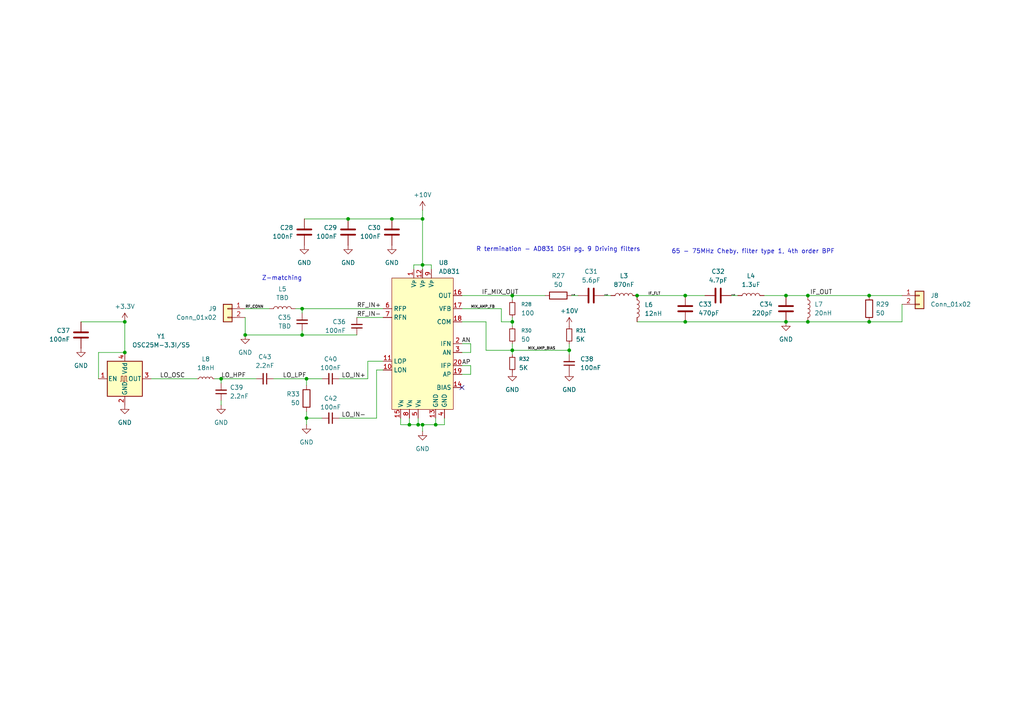
<source format=kicad_sch>
(kicad_sch (version 20250114) (generator "eeschema") (generator_version "9.0")
  (paper "A4")
  (title_block (title "Frequency converter") (date "2026-02-10") (rev "2.3"))
  (lib_symbols
    (symbol "Connector_Generic:Conn_01x02" (pin_names (offset 1.016) (hide yes))
      (property "Reference" "J" (at 0 2.54 0))
      (property "Value" "Conn_01x02" (at 0 -5.08 0))
      (symbol "Conn_01x02_1_1"
        (rectangle (start -1.27 1.27) (end 1.27 -3.81) (stroke (width 0.254)) (fill (type background)))
        (rectangle (start -1.27 0.127) (end 0 -0.127) (stroke (width 0.1524)))
        (rectangle (start -1.27 -2.413) (end 0 -2.667) (stroke (width 0.1524)))
        (pin passive line (at -5.08 0 0) (length 3.81) (name "Pin_1") (number "1"))
        (pin passive line (at -5.08 -2.54 0) (length 3.81) (name "Pin_2") (number "2"))
      )
    )
    (symbol "Device:C" (pin_numbers (hide yes)) (pin_names (offset 0.254))
      (property "Reference" "C" (at 0.635 2.54 0))
      (property "Value" "C" (at 0.635 -2.54 0))
      (symbol "C_0_1"
        (polyline (pts (xy -2.032 0.762) (xy 2.032 0.762)) (stroke (width 0.508)))
        (polyline (pts (xy -2.032 -0.762) (xy 2.032 -0.762)) (stroke (width 0.508)))
      )
      (symbol "C_1_1"
        (pin passive line (at 0 3.81 270) (length 2.794) (name "~") (number "1"))
        (pin passive line (at 0 -3.81 90) (length 2.794) (name "~") (number "2"))
      )
    )
    (symbol "Device:C_Small" (pin_numbers (hide yes)) (pin_names (offset 0.254) (hide yes))
      (property "Reference" "C" (at 0.254 1.778 0))
      (property "Value" "C_Small" (at 0.254 -2.032 0))
      (symbol "C_Small_0_1"
        (polyline (pts (xy -1.524 0.508) (xy 1.524 0.508)) (stroke (width 0.3048)))
        (polyline (pts (xy -1.524 -0.508) (xy 1.524 -0.508)) (stroke (width 0.3302)))
      )
      (symbol "C_Small_1_1"
        (pin passive line (at 0 2.54 270) (length 2.032) (name "~") (number "1"))
        (pin passive line (at 0 -2.54 90) (length 2.032) (name "~") (number "2"))
      )
    )
    (symbol "Device:L" (pin_numbers (hide yes)) (pin_names (offset 1.016) (hide yes))
      (property "Reference" "L" (at -1.27 0 90))
      (property "Value" "L" (at 1.905 0 90))
      (symbol "L_0_1"
        (arc (start 0 2.54) (mid 0.6323 1.905) (end 0 1.27))
        (arc (start 0 1.27) (mid 0.6323 0.635) (end 0 0))
        (arc (start 0 0) (mid 0.6323 -0.635) (end 0 -1.27))
        (arc (start 0 -1.27) (mid 0.6323 -1.905) (end 0 -2.54))
      )
      (symbol "L_1_1"
        (pin passive line (at 0 3.81 270) (length 1.27) (name "1") (number "1"))
        (pin passive line (at 0 -3.81 90) (length 1.27) (name "2") (number "2"))
      )
    )
    (symbol "Device:L_Small" (pin_numbers (hide yes)) (pin_names (offset 0.254) (hide yes))
      (property "Reference" "L" (at 0.762 1.016 0))
      (property "Value" "L_Small" (at 0.762 -1.016 0))
      (symbol "L_Small_0_1"
        (arc (start 0 2.032) (mid 0.5058 1.524) (end 0 1.016))
        (arc (start 0 1.016) (mid 0.5058 0.508) (end 0 0))
        (arc (start 0 0) (mid 0.5058 -0.508) (end 0 -1.016))
        (arc (start 0 -1.016) (mid 0.5058 -1.524) (end 0 -2.032))
      )
      (symbol "L_Small_1_1"
        (pin passive line (at 0 2.54 270) (length 0.508) (name "~") (number "1"))
        (pin passive line (at 0 -2.54 90) (length 0.508) (name "~") (number "2"))
      )
    )
    (symbol "Device:R" (pin_numbers (hide yes)) (pin_names (offset 0))
      (property "Reference" "R" (at 2.032 0 90))
      (property "Value" "R" (at 0 0 90))
      (symbol "R_0_1"
        (rectangle (start -1.016 -2.54) (end 1.016 2.54) (stroke (width 0.254)))
      )
      (symbol "R_1_1"
        (pin passive line (at 0 3.81 270) (length 1.27) (name "~") (number "1"))
        (pin passive line (at 0 -3.81 90) (length 1.27) (name "~") (number "2"))
      )
    )
    (symbol "Device:R_Small" (pin_numbers (hide yes)) (pin_names (offset 0.254) (hide yes))
      (property "Reference" "R" (at 0 0 90))
      (property "Value" "R_Small" (at 1.778 0 90))
      (symbol "R_Small_0_1"
        (rectangle (start -0.762 1.778) (end 0.762 -1.778) (stroke (width 0.2032)))
      )
      (symbol "R_Small_1_1"
        (pin passive line (at 0 2.54 270) (length 0.762) (name "~") (number "1"))
        (pin passive line (at 0 -2.54 90) (length 0.762) (name "~") (number "2"))
      )
    )
    (symbol "Oscillator:ASE-xxxMHz" (pin_names (offset 0.254))
      (property "Reference" "Y" (at -5.08 6.35 0))
      (property "Value" "ASE-xxxMHz" (at 1.27 -6.35 0))
      (symbol "ASE-xxxMHz_0_1"
        (rectangle (start -5.08 5.08) (end 5.08 -5.08) (stroke (width 0.254)) (fill (type background)))
        (polyline (pts (xy -1.27 -0.762) (xy -1.016 -0.762) (xy -1.016 0.762) (xy -0.508 0.762) (xy -0.508 -0.762) (xy 0 -0.762) (xy 0 0.762) (xy 0.508 0.762) (xy 0.508 -0.762) (xy 0.762 -0.762)))
      )
      (symbol "ASE-xxxMHz_1_1"
        (pin input line (at -7.62 0 0) (length 2.54) (name "EN") (number "1"))
        (pin power_in line (at 0 7.62 270) (length 2.54) (name "Vdd") (number "4"))
        (pin power_in line (at 0 -7.62 90) (length 2.54) (name "GND") (number "2"))
        (pin output line (at 7.62 0 180) (length 2.54) (name "OUT") (number "3"))
      )
    )
    (symbol "Tesla_sextant_BT_Library:AD831"
      (property "Reference" "U" (at 12.7 3.556 0))
      (property "Value" "AD831" (at 12.7 1.27 0))
      (symbol "AD831_0_0"
        (pin input line (at -2.54 -8.89 0) (length 2.54) (name "RFP") (number "6"))
        (pin input line (at -2.54 -11.43 0) (length 2.54) (name "RFN") (number "7"))
        (pin input line (at -2.54 -24.13 0) (length 2.54) (name "LOP") (number "11"))
        (pin input line (at -2.54 -26.67 0) (length 2.54) (name "LON") (number "10"))
        (pin power_in line (at 2.54 -40.64 90) (length 2.54) (name "V_{N}") (number "15"))
        (pin power_in line (at 5.08 -40.64 90) (length 2.54) (name "V_{N}") (number "8"))
        (pin power_in line (at 6.35 2.54 270) (length 2.54) (name "V_{P}") (number "1"))
        (pin power_in line (at 7.62 -40.64 90) (length 2.54) (name "V_{N}") (number "5"))
        (pin power_in line (at 8.89 2.54 270) (length 2.54) (name "V_{P}") (number "12"))
        (pin power_in line (at 11.43 2.54 270) (length 2.54) (name "V_{P}") (number "9"))
        (pin power_in line (at 12.7 -40.64 90) (length 2.54) (name "GND") (number "13"))
        (pin power_in line (at 15.24 -40.64 90) (length 2.54) (name "GND") (number "4"))
        (pin output line (at 20.32 -5.08 180) (length 2.54) (name "OUT") (number "16"))
        (pin input line (at 20.32 -8.89 180) (length 2.54) (name "VFB") (number "17"))
        (pin output line (at 20.32 -12.7 180) (length 2.54) (name "COM") (number "18"))
        (pin output line (at 20.32 -19.05 180) (length 2.54) (name "IFN") (number "2"))
        (pin input line (at 20.32 -21.59 180) (length 2.54) (name "AN") (number "3"))
        (pin output line (at 20.32 -25.4 180) (length 2.54) (name "IFP") (number "20"))
        (pin input line (at 20.32 -27.94 180) (length 2.54) (name "AP") (number "19"))
        (pin input line (at 20.32 -31.75 180) (length 2.54) (name "BIAS") (number "14"))
      )
      (symbol "AD831_1_1"
        (rectangle (start 0 0) (end 17.78 -38.1) (fill (type background)))
      )
    )
    (symbol "power:+10V" (power) (pin_numbers (hide yes)) (pin_names (offset 0) (hide yes))
      (property "Value" "+10V" (at 0 3.556 0))
      (symbol "+10V_0_1"
        (polyline (pts (xy -0.762 1.27) (xy 0 2.54)))
        (polyline (pts (xy 0 2.54) (xy 0.762 1.27)))
        (polyline (pts (xy 0 0) (xy 0 2.54)))
      )
      (symbol "+10V_1_1"
        (pin power_in line (at 0 0 90) (length 0) (name "~") (number "1"))
      )
    )
    (symbol "power:+3.3V" (power) (pin_numbers (hide yes)) (pin_names (offset 0) (hide yes))
      (property "Value" "+3.3V" (at 0 3.556 0))
      (symbol "+3.3V_0_1"
        (polyline (pts (xy -0.762 1.27) (xy 0 2.54)))
        (polyline (pts (xy 0 2.54) (xy 0.762 1.27)))
        (polyline (pts (xy 0 0) (xy 0 2.54)))
      )
      (symbol "+3.3V_1_1"
        (pin power_in line (at 0 0 90) (length 0) (name "~") (number "1"))
      )
    )
    (symbol "power:GND" (power) (pin_numbers (hide yes)) (pin_names (offset 0) (hide yes))
      (property "Value" "GND" (at 0 -3.81 0))
      (symbol "GND_0_1"
        (polyline (pts (xy 0 0) (xy 0 -1.27) (xy 1.27 -1.27) (xy 0 -2.54) (xy -1.27 -1.27) (xy 0 -1.27)))
      )
      (symbol "GND_1_1"
        (pin power_in line (at 0 0 270) (length 0) (name "~") (number "1"))
      )
    )
  )
  (text "R termination - AD831 DSH pg. 9 Driving filters" (at 161.925 72.39 0) (effects (font (size 1.27 1.27))))
  (text "65 - 75MHz Cheby. filter type 1, 4th order BPF" (at 218.44 73.025 0) (effects (font (size 1.27 1.27))))
  (text "Z-matching" (at 81.788 80.772 0) (effects (font (size 1.27 1.27))))
  (junction (at 122.555 123.19))
  (junction (at 148.59 101.6))
  (junction (at 234.315 93.345))
  (junction (at 122.555 76.835))
  (junction (at 148.59 93.345))
  (junction (at 118.745 123.19))
  (junction (at 122.555 63.5))
  (junction (at 198.755 85.725))
  (junction (at 198.755 93.345))
  (junction (at 71.12 97.155))
  (junction (at 87.63 89.535))
  (junction (at 165.1 101.6))
  (junction (at 88.9 121.285))
  (junction (at 252.095 93.345))
  (junction (at 234.315 85.725))
  (junction (at 252.095 85.725))
  (junction (at 64.135 109.855))
  (junction (at 121.285 123.19))
  (junction (at 184.785 85.725))
  (junction (at 126.365 123.19))
  (junction (at 36.195 93.345))
  (junction (at 87.63 97.155))
  (junction (at 113.665 63.5))
  (junction (at 148.59 85.725))
  (junction (at 88.9 109.855))
  (junction (at 100.965 63.5))
  (junction (at 227.965 93.345))
  (junction (at 227.965 85.725))
  (junction (at 36.195 102.235))
  (no_connect (at 133.985 112.395))
  (wire (pts (xy 227.965 85.725) (xy 234.315 85.725)))
  (wire (pts (xy 126.365 121.285) (xy 126.365 123.19)))
  (wire (pts (xy 122.555 76.835) (xy 122.555 78.105)))
  (wire (pts (xy 184.785 93.345) (xy 198.755 93.345)))
  (wire (pts (xy 122.555 125.095) (xy 122.555 123.19)))
  (wire (pts (xy 88.9 123.19) (xy 88.9 121.285)))
  (wire (pts (xy 252.095 93.345) (xy 261.62 93.345)))
  (wire (pts (xy 136.525 99.695) (xy 133.985 99.695)))
  (wire (pts (xy 43.815 109.855) (xy 57.15 109.855)))
  (wire (pts (xy 145.415 89.535) (xy 145.415 93.345)))
  (wire (pts (xy 88.9 109.855) (xy 88.9 111.76)))
  (wire (pts (xy 128.905 123.19) (xy 128.905 121.285)))
  (wire (pts (xy 122.555 63.5) (xy 113.665 63.5)))
  (wire (pts (xy 165.1 101.6) (xy 165.1 99.695)))
  (wire (pts (xy 98.425 109.855) (xy 106.68 109.855)))
  (wire (pts (xy 140.97 93.345) (xy 133.985 93.345)))
  (wire (pts (xy 136.525 106.045) (xy 136.525 108.585)))
  (wire (pts (xy 23.495 93.345) (xy 36.195 93.345)))
  (wire (pts (xy 64.135 109.855) (xy 74.295 109.855)))
  (wire (pts (xy 148.59 93.345) (xy 148.59 94.615)))
  (wire (pts (xy 87.63 97.155) (xy 103.505 97.155)))
  (wire (pts (xy 227.965 93.345) (xy 234.315 93.345)))
  (wire (pts (xy 28.575 102.235) (xy 36.195 102.235)))
  (wire (pts (xy 87.63 90.805) (xy 87.63 89.535)))
  (wire (pts (xy 198.755 93.345) (xy 227.965 93.345)))
  (wire (pts (xy 62.23 109.855) (xy 64.135 109.855)))
  (wire (pts (xy 212.09 85.725) (xy 213.995 85.725)))
  (wire (pts (xy 148.59 92.075) (xy 148.59 93.345)))
  (wire (pts (xy 88.9 119.38) (xy 88.9 121.285)))
  (wire (pts (xy 165.735 85.725) (xy 167.64 85.725)))
  (wire (pts (xy 106.68 104.775) (xy 111.125 104.775)))
  (wire (pts (xy 71.12 89.535) (xy 78.105 89.535)))
  (wire (pts (xy 145.415 93.345) (xy 148.59 93.345)))
  (wire (pts (xy 109.22 107.315) (xy 109.22 121.285)))
  (wire (pts (xy 122.555 60.96) (xy 122.555 63.5)))
  (wire (pts (xy 148.59 101.6) (xy 148.59 99.695)))
  (wire (pts (xy 79.375 109.855) (xy 88.9 109.855)))
  (wire (pts (xy 165.1 102.87) (xy 165.1 101.6)))
  (wire (pts (xy 136.525 108.585) (xy 133.985 108.585)))
  (wire (pts (xy 98.425 121.285) (xy 109.22 121.285)))
  (wire (pts (xy 87.63 95.885) (xy 87.63 97.155)))
  (wire (pts (xy 175.26 85.725) (xy 177.165 85.725)))
  (wire (pts (xy 136.525 106.045) (xy 133.985 106.045)))
  (wire (pts (xy 227.965 85.725) (xy 221.615 85.725)))
  (wire (pts (xy 106.68 109.855) (xy 106.68 104.775)))
  (wire (pts (xy 88.9 121.285) (xy 93.345 121.285)))
  (wire (pts (xy 118.745 121.285) (xy 118.745 123.19)))
  (wire (pts (xy 122.555 76.835) (xy 125.095 76.835)))
  (wire (pts (xy 36.195 93.345) (xy 36.195 102.235)))
  (wire (pts (xy 103.505 92.075) (xy 111.125 92.075)))
  (wire (pts (xy 126.365 123.19) (xy 128.905 123.19)))
  (wire (pts (xy 234.315 85.725) (xy 252.095 85.725)))
  (wire (pts (xy 136.525 99.695) (xy 136.525 102.235)))
  (wire (pts (xy 113.665 63.5) (xy 100.965 63.5)))
  (wire (pts (xy 184.785 85.725) (xy 198.755 85.725)))
  (wire (pts (xy 261.62 88.265) (xy 261.62 93.345)))
  (wire (pts (xy 148.59 101.6) (xy 140.97 101.6)))
  (wire (pts (xy 148.59 102.87) (xy 148.59 101.6)))
  (wire (pts (xy 111.125 107.315) (xy 109.22 107.315)))
  (wire (pts (xy 133.985 85.725) (xy 148.59 85.725)))
  (wire (pts (xy 148.59 85.725) (xy 158.115 85.725)))
  (wire (pts (xy 121.285 121.285) (xy 121.285 123.19)))
  (wire (pts (xy 140.97 101.6) (xy 140.97 93.345)))
  (wire (pts (xy 148.59 86.995) (xy 148.59 85.725)))
  (wire (pts (xy 88.9 109.855) (xy 93.345 109.855)))
  (wire (pts (xy 100.965 63.5) (xy 88.265 63.5)))
  (wire (pts (xy 28.575 109.855) (xy 28.575 102.235)))
  (wire (pts (xy 116.205 123.19) (xy 118.745 123.19)))
  (wire (pts (xy 64.135 116.205) (xy 64.135 117.475)))
  (wire (pts (xy 133.985 89.535) (xy 145.415 89.535)))
  (wire (pts (xy 71.12 92.075) (xy 71.12 97.155)))
  (wire (pts (xy 136.525 102.235) (xy 133.985 102.235)))
  (wire (pts (xy 120.015 78.105) (xy 120.015 76.835)))
  (wire (pts (xy 116.205 121.285) (xy 116.205 123.19)))
  (wire (pts (xy 120.015 76.835) (xy 122.555 76.835)))
  (wire (pts (xy 87.63 89.535) (xy 111.125 89.535)))
  (wire (pts (xy 252.095 85.725) (xy 261.62 85.725)))
  (wire (pts (xy 148.59 101.6) (xy 165.1 101.6)))
  (wire (pts (xy 198.755 85.725) (xy 204.47 85.725)))
  (wire (pts (xy 118.745 123.19) (xy 121.285 123.19)))
  (wire (pts (xy 71.12 97.155) (xy 87.63 97.155)))
  (wire (pts (xy 121.285 123.19) (xy 122.555 123.19)))
  (wire (pts (xy 64.135 109.855) (xy 64.135 111.125)))
  (wire (pts (xy 234.315 93.345) (xy 252.095 93.345)))
  (wire (pts (xy 125.095 78.105) (xy 125.095 76.835)))
  (wire (pts (xy 122.555 123.19) (xy 126.365 123.19)))
  (wire (pts (xy 85.725 89.535) (xy 87.63 89.535)))
  (wire (pts (xy 122.555 63.5) (xy 122.555 76.835)))
  (label "LO_HPF" (at 64.135 109.855 0))
  (label "IF_R1" (at 165.735 85.725 0) (effects (font (size 0.254 0.254))))
  (label "IF_FLT" (at 187.96 85.725 0) (effects (font (size 0.762 0.762))))
  (label "LO_IN+" (at 99.06 109.855 0))
  (label "AP" (at 136.525 106.045 180))
  (label "LO_LPF" (at 88.9 109.855 180))
  (label "LO_IN-" (at 99.06 121.285 0))
  (label "AN" (at 136.525 99.695 180))
  (label "IF_MIX_OUT" (at 139.7 85.725 0))
  (label "RF_IN+" (at 103.505 89.535 0))
  (label "IF_C3" (at 212.09 85.725 0) (effects (font (size 0.254 0.254))))
  (label "MIX_AMP_BIAS" (at 153.035 101.6 0) (effects (font (size 0.762 0.762))))
  (label "LO_OSC" (at 46.355 109.855 0))
  (label "MIX_AMP_FB" (at 136.525 89.535 0) (effects (font (size 0.762 0.762))))
  (label "RF_IN-" (at 103.505 92.075 0))
  (label "RF_CONN" (at 71.12 89.535 0) (effects (font (size 0.762 0.762))))
  (label "IF_OUT" (at 234.95 85.725 0))
  (label "IF_C1" (at 175.26 85.725 0) (effects (font (size 0.254 0.254))))
  (symbol (lib_id "power:GND") (at 100.965 71.12 0) (unit 1)
    (property "Reference" "#PWR032" (effects (hide yes)))
    (property "Value" "GND" (at 100.965 76.2 0))
    (property "Description" "Power symbol creates a global label with name \"GND\" , ground" (effects (hide yes)))
  )
  (symbol (lib_id "Device:R_Small") (at 148.59 89.535 0) (unit 1)
    (property "Reference" "R28" (at 151.13 88.2649 0) (effects (font (size 1.016 1.016)) (justify left)))
    (property "Value" "100" (at 151.13 90.8049 0) (effects (justify left)))
    (property "Footprint" "Capacitor_SMD:C_0805_2012Metric" (effects (hide yes)))
    (property "Description" "Resistor, small symbol" (effects (hide yes)))
  )
  (symbol (lib_id "power:+10V") (at 165.1 94.615 0) (unit 1)
    (property "Reference" "#PWR041" (effects (hide yes)))
    (property "Value" "+10V" (at 165.1 90.17 0))
    (property "Description" "Power symbol creates a global label with name \"+10V\"" (effects (hide yes)))
  )
  (symbol (lib_id "power:+10V") (at 122.555 60.96 0) (unit 1)
    (property "Reference" "#PWR016" (effects (hide yes)))
    (property "Value" "+10V" (at 122.555 56.515 0))
    (property "Description" "Power symbol creates a global label with name \"+10V\"" (effects (hide yes)))
  )
  (symbol (lib_id "power:GND") (at 64.135 117.475 0) (unit 1)
    (property "Reference" "#PWR094" (effects (hide yes)))
    (property "Value" "GND" (at 64.135 122.555 0))
    (property "Description" "Power symbol creates a global label with name \"GND\" , ground" (effects (hide yes)))
  )
  (symbol (lib_id "Device:L_Small") (at 59.69 109.855 90) (unit 1)
    (property "Reference" "L8" (at 59.69 104.14 90))
    (property "Value" "18nH" (at 59.69 106.68 90))
    (property "Footprint" "Inductor_SMD:L_0603_1608Metric" (effects (hide yes)))
    (property "Description" "Inductor, small symbol" (effects (hide yes)))
  )
  (symbol (lib_id "Device:C_Small") (at 76.835 109.855 270) (unit 1)
    (property "Reference" "C43" (at 76.8286 103.505 90))
    (property "Value" "2.2nF" (at 76.8286 106.045 90))
    (property "Footprint" "Capacitor_SMD:C_0603_1608Metric" (effects (hide yes)))
    (property "Description" "Unpolarized capacitor, small symbol" (effects (hide yes)))
  )
  (symbol (lib_id "Connector_Generic:Conn_01x02") (at 66.04 89.535 0) (mirror y) (unit 1) (in_bom no)
    (property "Reference" "J9" (at 62.865 89.5349 0) (effects (justify left)))
    (property "Value" "Conn_01x02" (at 62.865 92.0749 0) (effects (justify left)))
    (property "Footprint" "Tesla_Library:Conn_Solder_1x02_SMD" (effects (hide yes)))
    (property "Description" "Generic connector, single row, 01x02, script generated (kicad-library-utils/schlib/autogen/connector/)" (effects (hide yes)))
  )
  (symbol (lib_id "Device:C") (at 171.45 85.725 90) (mirror x) (unit 1)
    (property "Reference" "C31" (at 171.45 78.74 90))
    (property "Value" "5.6pF" (at 171.45 81.28 90))
    (property "Footprint" "Capacitor_SMD:C_0603_1608Metric" (effects (hide yes)))
    (property "Description" "Unpolarized capacitor" (effects (hide yes)))
  )
  (symbol (lib_id "Device:L") (at 81.915 89.535 270) (mirror x) (unit 1)
    (property "Reference" "L5" (at 81.915 83.82 90))
    (property "Value" "TBD" (at 81.915 86.36 90))
    (property "Footprint" "Inductor_SMD:L_0603_1608Metric" (effects (hide yes)))
    (property "Description" "Inductor" (effects (hide yes)))
  )
  (symbol (lib_id "Device:R_Small") (at 165.1 97.155 180) (unit 1)
    (property "Reference" "R31" (at 167.005 95.8849 0) (effects (font (size 1.016 1.016)) (justify right)))
    (property "Value" "5K" (at 167.005 98.4249 0) (effects (justify right)))
    (property "Footprint" "Capacitor_SMD:C_0805_2012Metric" (effects (hide yes)))
    (property "Description" "Resistor, small symbol" (effects (hide yes)))
  )
  (symbol (lib_id "Device:C") (at 198.755 89.535 180) (unit 1)
    (property "Reference" "C33" (at 202.565 88.2649 0) (effects (justify right)))
    (property "Value" "470pF" (at 202.565 90.8049 0) (effects (justify right)))
    (property "Footprint" "Capacitor_SMD:C_0603_1608Metric" (effects (hide yes)))
    (property "Description" "Unpolarized capacitor" (effects (hide yes)))
  )
  (symbol (lib_id "Device:L") (at 180.975 85.725 270) (mirror x) (unit 1)
    (property "Reference" "L3" (at 180.975 80.01 90))
    (property "Value" "870nF" (at 180.975 82.55 90))
    (property "Footprint" "Inductor_SMD:L_0805_2012Metric" (effects (hide yes)))
    (property "Datasheet" "https://www.tme.eu/Document/0d0d46393a0d692394fde600dc165772/DL0805_1206.pdf" (effects (hide yes)))
    (property "Description" "Inductor" (effects (hide yes)))
    (property "Part_num" "DL0805-0.082" (effects (hide yes)))
  )
  (symbol (lib_id "Device:L") (at 184.785 89.535 0) (mirror x) (unit 1)
    (property "Reference" "L6" (at 186.944 88.392 0) (effects (justify left)))
    (property "Value" "12nH" (at 186.944 90.932 0) (effects (justify left)))
    (property "Footprint" "Inductor_SMD:L_0603_1608Metric" (effects (hide yes)))
    (property "Description" "Inductor" (effects (hide yes)))
    (property "Part_num" "LQG18HN12NJ00D" (effects (hide yes)))
  )
  (symbol (lib_id "Device:C") (at 227.965 89.535 0) (mirror x) (unit 1)
    (property "Reference" "C34" (at 224.155 88.2649 0) (effects (justify right)))
    (property "Value" "220pF" (at 224.155 90.8049 0) (effects (justify right)))
    (property "Footprint" "Capacitor_SMD:C_0603_1608Metric" (effects (hide yes)))
    (property "Description" "Unpolarized capacitor" (effects (hide yes)))
  )
  (symbol (lib_id "Device:C") (at 100.965 67.31 0) (mirror x) (unit 1)
    (property "Reference" "C29" (at 97.79 66.0399 0) (effects (justify right)))
    (property "Value" "100nF" (at 97.79 68.5799 0) (effects (justify right)))
    (property "Footprint" "Capacitor_SMD:C_0805_2012Metric" (effects (hide yes)))
    (property "Description" "Unpolarized capacitor" (effects (hide yes)))
  )
  (symbol (lib_id "power:GND") (at 113.665 71.12 0) (unit 1)
    (property "Reference" "#PWR034" (effects (hide yes)))
    (property "Value" "GND" (at 113.665 76.2 0))
    (property "Description" "Power symbol creates a global label with name \"GND\" , ground" (effects (hide yes)))
  )
  (symbol (lib_id "power:GND") (at 227.965 93.345 0) (mirror y) (unit 1)
    (property "Reference" "#PWR038" (effects (hide yes)))
    (property "Value" "GND" (at 227.965 98.425 0))
    (property "Description" "Power symbol creates a global label with name \"GND\" , ground" (effects (hide yes)))
  )
  (symbol (lib_id "power:GND") (at 71.12 97.155 0) (unit 1)
    (property "Reference" "#PWR053" (effects (hide yes)))
    (property "Value" "GND" (at 71.12 102.235 0))
    (property "Description" "Power symbol creates a global label with name \"GND\" , ground" (effects (hide yes)))
  )
  (symbol (lib_id "power:GND") (at 88.9 123.19 0) (unit 1)
    (property "Reference" "#PWR092" (effects (hide yes)))
    (property "Value" "GND" (at 88.9 128.27 0))
    (property "Description" "Power symbol creates a global label with name \"GND\" , ground" (effects (hide yes)))
  )
  (symbol (lib_id "Device:R_Small") (at 148.59 105.41 180) (unit 1)
    (property "Reference" "R32" (at 150.495 104.1399 0) (effects (font (size 1.016 1.016)) (justify right)))
    (property "Value" "5K" (at 150.495 106.6799 0) (effects (justify right)))
    (property "Footprint" "Capacitor_SMD:C_0805_2012Metric" (effects (hide yes)))
    (property "Description" "Resistor, small symbol" (effects (hide yes)))
  )
  (symbol (lib_id "Device:C_Small") (at 95.885 109.855 270) (unit 1)
    (property "Reference" "C40" (at 95.885 104.14 90))
    (property "Value" "100nF" (at 95.885 106.68 90))
    (property "Footprint" "Capacitor_SMD:C_0603_1608Metric" (effects (hide yes)))
    (property "Description" "Unpolarized capacitor, small symbol" (effects (hide yes)))
  )
  (symbol (lib_id "Device:R_Small") (at 148.59 97.155 180) (unit 1)
    (property "Reference" "R30" (at 151.13 95.8849 0) (effects (font (size 1.016 1.016)) (justify right)))
    (property "Value" "50" (at 151.13 98.4249 0) (effects (justify right)))
    (property "Footprint" "Capacitor_SMD:C_0805_2012Metric" (effects (hide yes)))
    (property "Description" "Resistor, small symbol" (effects (hide yes)))
  )
  (symbol (lib_id "power:GND") (at 122.555 125.095 0) (unit 1)
    (property "Reference" "#PWR093" (effects (hide yes)))
    (property "Value" "GND" (at 122.555 130.175 0))
    (property "Description" "Power symbol creates a global label with name \"GND\" , ground" (effects (hide yes)))
  )
  (symbol (lib_id "Oscillator:ASE-xxxMHz") (at 36.195 109.855 0) (unit 1)
    (property "Reference" "Y1" (at 46.736 97.536 0))
    (property "Value" "OSC25M-3.3I/S5" (at 46.736 100.076 0))
    (property "Footprint" "Oscillator:Oscillator_SMD_Fordahl_DFAS15-4Pin_5.0x3.2mm_HandSoldering" (effects (hide yes)))
    (property "Datasheet" "https://www.tme.eu/Document/7a0ceeaed569e73bfa5cc28fb0e463dd/YIC-S7.pdf" (effects (hide yes)))
    (property "Description" "3.3V CMOS SMD Crystal Clock Oscillator, Abracon" (effects (hide yes)))
  )
  (symbol (lib_id "power:GND") (at 88.265 71.12 0) (unit 1)
    (property "Reference" "#PWR021" (effects (hide yes)))
    (property "Value" "GND" (at 88.265 76.2 0))
    (property "Description" "Power symbol creates a global label with name \"GND\" , ground" (effects (hide yes)))
  )
  (symbol (lib_id "Device:C_Small") (at 95.885 121.285 270) (unit 1)
    (property "Reference" "C42" (at 95.885 115.57 90))
    (property "Value" "100nF" (at 95.885 118.11 90))
    (property "Footprint" "Capacitor_SMD:C_0603_1608Metric" (effects (hide yes)))
    (property "Description" "Unpolarized capacitor, small symbol" (effects (hide yes)))
  )
  (symbol (lib_id "Device:C_Small") (at 87.63 93.345 0) (mirror x) (unit 1)
    (property "Reference" "C35" (at 84.455 92.0685 0) (effects (justify right)))
    (property "Value" "TBD" (at 84.455 94.6085 0) (effects (justify right)))
    (property "Footprint" "Capacitor_SMD:C_0805_2012Metric" (effects (hide yes)))
    (property "Description" "Unpolarized capacitor, small symbol" (effects (hide yes)))
  )
  (symbol (lib_id "power:GND") (at 165.1 107.95 0) (unit 1)
    (property "Reference" "#PWR069" (effects (hide yes)))
    (property "Value" "GND" (at 165.1 113.03 0))
    (property "Description" "Power symbol creates a global label with name \"GND\" , ground" (effects (hide yes)))
  )
  (symbol (lib_id "Device:C") (at 23.495 97.155 0) (mirror x) (unit 1)
    (property "Reference" "C37" (at 20.32 95.8849 0) (effects (justify right)))
    (property "Value" "100nF" (at 20.32 98.4249 0) (effects (justify right)))
    (property "Footprint" "Capacitor_SMD:C_0805_2012Metric" (effects (hide yes)))
    (property "Description" "Unpolarized capacitor" (effects (hide yes)))
  )
  (symbol (lib_id "Device:L") (at 234.315 89.535 0) (unit 1)
    (property "Reference" "L7" (at 236.22 88.2649 0) (effects (justify left)))
    (property "Value" "20nH" (at 236.22 90.8049 0) (effects (justify left)))
    (property "Footprint" "Inductor_SMD:L_0603_1608Metric" (effects (hide yes)))
    (property "Description" "Inductor" (effects (hide yes)))
  )
  (symbol (lib_id "Device:C") (at 208.28 85.725 270) (mirror x) (unit 1)
    (property "Reference" "C32" (at 208.28 78.74 90))
    (property "Value" "4.7pF" (at 208.28 81.28 90))
    (property "Footprint" "Capacitor_SMD:C_0603_1608Metric" (effects (hide yes)))
    (property "Description" "Unpolarized capacitor" (effects (hide yes)))
  )
  (symbol (lib_id "Device:C") (at 88.265 67.31 0) (mirror x) (unit 1)
    (property "Reference" "C28" (at 85.09 66.0399 0) (effects (justify right)))
    (property "Value" "100nF" (at 85.09 68.5799 0) (effects (justify right)))
    (property "Footprint" "Capacitor_SMD:C_0805_2012Metric" (effects (hide yes)))
    (property "Description" "Unpolarized capacitor" (effects (hide yes)))
  )
  (symbol (lib_id "power:GND") (at 23.495 100.965 0) (unit 1)
    (property "Reference" "#PWR054" (effects (hide yes)))
    (property "Value" "GND" (at 23.495 106.045 0))
    (property "Description" "Power symbol creates a global label with name \"GND\" , ground" (effects (hide yes)))
  )
  (symbol (lib_id "Device:L") (at 217.805 85.725 270) (mirror x) (unit 1)
    (property "Reference" "L4" (at 217.805 80.01 90))
    (property "Value" "1.3uF" (at 217.805 82.55 90))
    (property "Footprint" "Inductor_SMD:L_0805_2012Metric" (effects (hide yes)))
    (property "Description" "Inductor" (effects (hide yes)))
    (property "Part_num" "DL0805-1.2" (effects (hide yes)))
  )
  (symbol (lib_id "Device:R") (at 88.9 115.57 0) (unit 1)
    (property "Reference" "R33" (at 86.995 114.2999 0) (effects (justify right)))
    (property "Value" "50" (at 86.995 116.8399 0) (effects (justify right)))
    (property "Footprint" "Capacitor_SMD:C_0805_2012Metric" (effects (hide yes)))
    (property "Description" "Resistor" (effects (hide yes)))
  )
  (symbol (lib_id "Device:C_Small") (at 64.135 113.665 180) (unit 1)
    (property "Reference" "C39" (at 66.675 112.3885 0) (effects (justify right)))
    (property "Value" "2.2nF" (at 66.675 114.9285 0) (effects (justify right)))
    (property "Footprint" "Capacitor_SMD:C_0603_1608Metric" (effects (hide yes)))
    (property "Description" "Unpolarized capacitor, small symbol" (effects (hide yes)))
  )
  (symbol (lib_id "Device:C") (at 113.665 67.31 0) (mirror x) (unit 1)
    (property "Reference" "C30" (at 110.49 66.0399 0) (effects (justify right)))
    (property "Value" "100nF" (at 110.49 68.5799 0) (effects (justify right)))
    (property "Footprint" "Capacitor_SMD:C_0805_2012Metric" (effects (hide yes)))
    (property "Description" "Unpolarized capacitor" (effects (hide yes)))
  )
  (symbol (lib_id "Device:C_Small") (at 103.505 94.615 0) (mirror x) (unit 1)
    (property "Reference" "C36" (at 100.33 93.3385 0) (effects (justify right)))
    (property "Value" "100nF" (at 100.33 95.8785 0) (effects (justify right)))
    (property "Footprint" "Capacitor_SMD:C_0805_2012Metric" (effects (hide yes)))
    (property "Description" "Unpolarized capacitor, small symbol" (effects (hide yes)))
  )
  (symbol (lib_id "power:GND") (at 148.59 107.95 0) (unit 1)
    (property "Reference" "#PWR056" (effects (hide yes)))
    (property "Value" "GND" (at 148.59 113.03 0))
    (property "Description" "Power symbol creates a global label with name \"GND\" , ground" (effects (hide yes)))
  )
  (symbol (lib_id "Connector_Generic:Conn_01x02") (at 266.7 85.725 0) (unit 1) (in_bom no)
    (property "Reference" "J8" (at 269.875 85.7249 0) (effects (justify left)))
    (property "Value" "Conn_01x02" (at 269.875 88.2649 0) (effects (justify left)))
    (property "Footprint" "Tesla_Library:Conn_Solder_1x02_SMD" (effects (hide yes)))
    (property "Description" "Generic connector, single row, 01x02, script generated (kicad-library-utils/schlib/autogen/connector/)" (effects (hide yes)))
  )
  (symbol (lib_id "Device:R") (at 252.095 89.535 180) (unit 1)
    (property "Reference" "R29" (at 254 88.2649 0) (effects (justify right)))
    (property "Value" "50" (at 254 90.8049 0) (effects (justify right)))
    (property "Footprint" "Capacitor_SMD:C_0805_2012Metric" (effects (hide yes)))
    (property "Description" "Resistor" (effects (hide yes)))
  )
  (symbol (lib_id "Device:R") (at 161.925 85.725 90) (unit 1)
    (property "Reference" "R27" (at 161.925 80.01 90))
    (property "Value" "50" (at 161.925 82.55 90))
    (property "Footprint" "Capacitor_SMD:C_0805_2012Metric" (effects (hide yes)))
    (property "Description" "Resistor" (effects (hide yes)))
  )
  (symbol (lib_id "Device:C_Small") (at 165.1 105.41 180) (unit 1)
    (property "Reference" "C38" (at 168.275 104.1335 0) (effects (justify right)))
    (property "Value" "100nF" (at 168.275 106.6735 0) (effects (justify right)))
    (property "Footprint" "Capacitor_SMD:C_0805_2012Metric" (effects (hide yes)))
    (property "Description" "Unpolarized capacitor, small symbol" (effects (hide yes)))
  )
  (symbol (lib_id "Tesla_sextant_BT_Library:AD831") (at 113.665 80.645 0) (unit 1)
    (property "Reference" "U8" (at 127.2383 76.2 0) (effects (justify left)))
    (property "Value" "AD831" (at 127.2383 78.74 0) (effects (justify left)))
    (property "Footprint" "Package_LCC:PLCC-20" (effects (hide yes)))
    (property "Datasheet" "https://www.analog.com/en/products/ad831.html?doc=ad831.pdf" (effects (hide yes)))
    (property "Description" "RF frequency mixer, max 500MHz, low distortion" (effects (hide yes)))
  )
  (symbol (lib_id "power:+3.3V") (at 36.195 93.345 0) (unit 1)
    (property "Reference" "#PWR037" (effects (hide yes)))
    (property "Value" "+3.3V" (at 36.195 88.9 0))
    (property "Description" "Power symbol creates a global label with name \"+3.3V\"" (effects (hide yes)))
  )
  (symbol (lib_id "power:GND") (at 36.195 117.475 0) (unit 1)
    (property "Reference" "#PWR091" (effects (hide yes)))
    (property "Value" "GND" (at 36.195 122.555 0))
    (property "Description" "Power symbol creates a global label with name \"GND\" , ground" (effects (hide yes)))
  )
)
</source>
